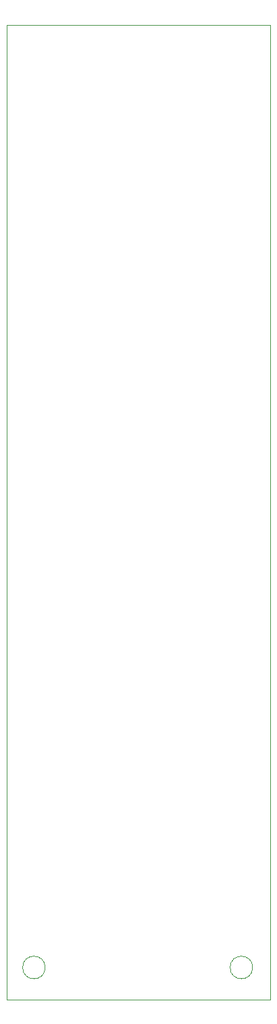
<source format=gbr>
%TF.GenerationSoftware,KiCad,Pcbnew,8.0.4*%
%TF.CreationDate,2024-10-29T21:41:18+06:00*%
%TF.ProjectId,PCB V0.6.3,50434220-5630-42e3-962e-332e6b696361,rev?*%
%TF.SameCoordinates,Original*%
%TF.FileFunction,Profile,NP*%
%FSLAX46Y46*%
G04 Gerber Fmt 4.6, Leading zero omitted, Abs format (unit mm)*
G04 Created by KiCad (PCBNEW 8.0.4) date 2024-10-29 21:41:18*
%MOMM*%
%LPD*%
G01*
G04 APERTURE LIST*
%TA.AperFunction,Profile*%
%ADD10C,0.050000*%
%TD*%
G04 APERTURE END LIST*
D10*
X84414214Y-183000000D02*
G75*
G02*
X81585786Y-183000000I-1414214J0D01*
G01*
X81585786Y-183000000D02*
G75*
G02*
X84414214Y-183000000I1414214J0D01*
G01*
X79600000Y-64900000D02*
X112600000Y-64900000D01*
X112600000Y-187000000D01*
X79600000Y-187000000D01*
X79600000Y-64900000D01*
X110414214Y-183000000D02*
G75*
G02*
X107585786Y-183000000I-1414214J0D01*
G01*
X107585786Y-183000000D02*
G75*
G02*
X110414214Y-183000000I1414214J0D01*
G01*
M02*

</source>
